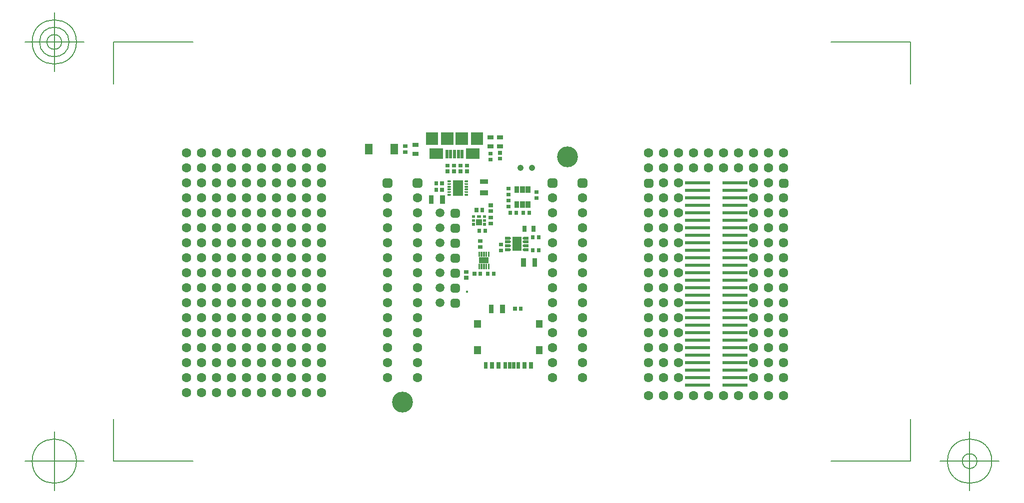
<source format=gbr>
G04 Generated by Ultiboard 11.0 *
%FSLAX25Y25*%
%MOIN*%

%ADD10C,0.00004*%
%ADD11C,0.00500*%
%ADD12C,0.00004*%
%ADD13C,0.01185*%
%ADD14C,0.01933*%
%ADD15C,0.01575*%
%ADD16R,0.02382X0.02382*%
%ADD17C,0.03917*%
%ADD18C,0.06299*%
%ADD19C,0.13920*%
%ADD20R,0.16535X0.02362*%
%ADD21R,0.02500X0.02500*%
%ADD22C,0.03500*%
%ADD23C,0.06334*%
%ADD24R,0.06496X0.09449*%
%ADD25R,0.02406X0.02406*%
%ADD26C,0.05906*%
%ADD27C,0.04156*%


G04 ColorRGB CBCBCB for the following layer *
%LNSolder Mask Top*%
%LPD*%
%FSLAX25Y25*%
%MOIN*%
G54D10*
G36*
X-3220Y18169D02*
X-3220Y20925D01*
X720Y20925D01*
X720Y18169D01*
X-3220Y18169D01*
G37*
G36*
X-3219Y18167D02*
X-3219Y20927D01*
X719Y20927D01*
X719Y18167D01*
X-3219Y18167D01*
G37*
G36*
X-3220Y24075D02*
X-3220Y26831D01*
X720Y26831D01*
X720Y24075D01*
X-3220Y24075D01*
G37*
G36*
X-3219Y24073D02*
X-3219Y26833D01*
X719Y26833D01*
X719Y24073D01*
X-3219Y24073D01*
G37*
G36*
X-35026Y18982D02*
X-35026Y26068D01*
X-30100Y26068D01*
X-30100Y18982D01*
X-35026Y18982D01*
G37*
G36*
X-35024Y18980D02*
X-35024Y26070D01*
X-30102Y26070D01*
X-30102Y18980D01*
X-35024Y18980D01*
G37*
G36*
X-17900Y18982D02*
X-17900Y26068D01*
X-12974Y26068D01*
X-12974Y18982D01*
X-17900Y18982D01*
G37*
G36*
X-17898Y18980D02*
X-17898Y26070D01*
X-12976Y26070D01*
X-12976Y18980D01*
X-17898Y18980D01*
G37*
G36*
X-9505Y19350D02*
X-9505Y21713D01*
X-6745Y21713D01*
X-6745Y19350D01*
X-9505Y19350D01*
G37*
G36*
X-9503Y19348D02*
X-9503Y21715D01*
X-6747Y21715D01*
X-6747Y19348D01*
X-9503Y19348D01*
G37*
G36*
X-9505Y23287D02*
X-9505Y25650D01*
X-6745Y25650D01*
X-6745Y23287D01*
X-9505Y23287D01*
G37*
G36*
X-9503Y23285D02*
X-9503Y25652D01*
X-6747Y25652D01*
X-6747Y23285D01*
X-9503Y23285D01*
G37*
G36*
X41617Y-585D02*
X41617Y2565D01*
X47133Y2565D01*
X47133Y-585D01*
X41617Y-585D01*
G37*
G36*
X41619Y-587D02*
X41619Y2567D01*
X47131Y2567D01*
X47131Y-587D01*
X41619Y-587D01*
G37*
G36*
X41617Y-8065D02*
X41617Y-4915D01*
X47133Y-4915D01*
X47133Y-8065D01*
X41617Y-8065D01*
G37*
G36*
X41619Y-8067D02*
X41619Y-4913D01*
X47131Y-4913D01*
X47131Y-8067D01*
X41619Y-8067D01*
G37*
G36*
X23527Y-8493D02*
X23527Y1743D01*
X30223Y1743D01*
X30223Y-8493D01*
X23527Y-8493D01*
G37*
G36*
X23529Y-8495D02*
X23529Y1745D01*
X30221Y1745D01*
X30221Y-8495D01*
X23529Y-8495D01*
G37*
G36*
X20082Y-1308D02*
X20082Y-127D01*
X22054Y-127D01*
X22054Y-1308D01*
X20082Y-1308D01*
G37*
G36*
X20084Y-1310D02*
X20084Y-125D01*
X22052Y-125D01*
X22052Y-1310D01*
X20084Y-1310D01*
G37*
G36*
X20082Y-3080D02*
X20082Y-1899D01*
X22054Y-1899D01*
X22054Y-3080D01*
X20082Y-3080D01*
G37*
G36*
X20084Y-3082D02*
X20084Y-1897D01*
X22052Y-1897D01*
X22052Y-3082D01*
X20084Y-3082D01*
G37*
G36*
X20082Y-4851D02*
X20082Y-3670D01*
X22054Y-3670D01*
X22054Y-4851D01*
X20082Y-4851D01*
G37*
G36*
X20084Y-4853D02*
X20084Y-3668D01*
X22052Y-3668D01*
X22052Y-4853D01*
X20084Y-4853D01*
G37*
G36*
X20082Y-6623D02*
X20082Y-5442D01*
X22054Y-5442D01*
X22054Y-6623D01*
X20082Y-6623D01*
G37*
G36*
X20084Y-6625D02*
X20084Y-5440D01*
X22052Y-5440D01*
X22052Y-6625D01*
X20084Y-6625D01*
G37*
G36*
X20082Y-8395D02*
X20082Y-7214D01*
X22054Y-7214D01*
X22054Y-8395D01*
X20082Y-8395D01*
G37*
G36*
X20084Y-8397D02*
X20084Y-7212D01*
X22052Y-7212D01*
X22052Y-8397D01*
X20084Y-8397D01*
G37*
G36*
X31696Y-3080D02*
X31696Y-1899D01*
X33668Y-1899D01*
X33668Y-3080D01*
X31696Y-3080D01*
G37*
G36*
X31698Y-3082D02*
X31698Y-1897D01*
X33666Y-1897D01*
X33666Y-3082D01*
X31698Y-3082D01*
G37*
G36*
X31696Y-1308D02*
X31696Y-127D01*
X33668Y-127D01*
X33668Y-1308D01*
X31696Y-1308D01*
G37*
G36*
X31698Y-1310D02*
X31698Y-125D01*
X33666Y-125D01*
X33666Y-1310D01*
X31698Y-1310D01*
G37*
G36*
X31696Y-4851D02*
X31696Y-3670D01*
X33668Y-3670D01*
X33668Y-4851D01*
X31696Y-4851D01*
G37*
G36*
X31698Y-4853D02*
X31698Y-3668D01*
X33666Y-3668D01*
X33666Y-4853D01*
X31698Y-4853D01*
G37*
G36*
X31696Y-6623D02*
X31696Y-5442D01*
X33668Y-5442D01*
X33668Y-6623D01*
X31696Y-6623D01*
G37*
G36*
X31698Y-6625D02*
X31698Y-5440D01*
X33666Y-5440D01*
X33666Y-6625D01*
X31698Y-6625D01*
G37*
G36*
X31696Y-8395D02*
X31696Y-7214D01*
X33668Y-7214D01*
X33668Y-8395D01*
X31696Y-8395D01*
G37*
G36*
X31698Y-8397D02*
X31698Y-7212D01*
X33666Y-7212D01*
X33666Y-8397D01*
X31698Y-8397D01*
G37*
G36*
X20082Y464D02*
X20082Y1645D01*
X22054Y1645D01*
X22054Y464D01*
X20082Y464D01*
G37*
G36*
X20084Y462D02*
X20084Y1647D01*
X22052Y1647D01*
X22052Y462D01*
X20084Y462D01*
G37*
G36*
X31696Y464D02*
X31696Y1645D01*
X33668Y1645D01*
X33668Y464D01*
X31696Y464D01*
G37*
G36*
X31698Y462D02*
X31698Y1647D01*
X33666Y1647D01*
X33666Y462D01*
X31698Y462D01*
G37*
G36*
X11223Y-1628D02*
X11223Y1128D01*
X13590Y1128D01*
X13590Y-1628D01*
X11223Y-1628D01*
G37*
G36*
X11225Y-1630D02*
X11225Y1130D01*
X13588Y1130D01*
X13588Y-1630D01*
X11225Y-1630D01*
G37*
G36*
X15160Y-1628D02*
X15160Y1128D01*
X17527Y1128D01*
X17527Y-1628D01*
X15160Y-1628D01*
G37*
G36*
X15162Y-1630D02*
X15162Y1130D01*
X17525Y1130D01*
X17525Y-1630D01*
X15162Y-1630D01*
G37*
G36*
X58492Y-37751D02*
X58492Y-35822D01*
X61429Y-35822D01*
X61429Y-37751D01*
X58492Y-37751D01*
G37*
G36*
X58494Y-37753D02*
X58494Y-35820D01*
X61427Y-35820D01*
X61427Y-37753D01*
X58494Y-37753D01*
G37*
G36*
X58492Y-45428D02*
X58492Y-43499D01*
X61429Y-43499D01*
X61429Y-45428D01*
X58492Y-45428D01*
G37*
G36*
X58494Y-45430D02*
X58494Y-43497D01*
X61427Y-43497D01*
X61427Y-45430D01*
X58494Y-45430D01*
G37*
G36*
X58492Y-42869D02*
X58492Y-40940D01*
X61429Y-40940D01*
X61429Y-42869D01*
X58492Y-42869D01*
G37*
G36*
X58494Y-42871D02*
X58494Y-40938D01*
X61427Y-40938D01*
X61427Y-42871D01*
X58494Y-42871D01*
G37*
G36*
X58492Y-40310D02*
X58492Y-38381D01*
X61429Y-38381D01*
X61429Y-40310D01*
X58492Y-40310D01*
G37*
G36*
X58494Y-40312D02*
X58494Y-38379D01*
X61427Y-38379D01*
X61427Y-40312D01*
X58494Y-40312D01*
G37*
G36*
X71071Y-37751D02*
X71071Y-35822D01*
X74008Y-35822D01*
X74008Y-37751D01*
X71071Y-37751D01*
G37*
G36*
X71073Y-37753D02*
X71073Y-35820D01*
X74006Y-35820D01*
X74006Y-37753D01*
X71073Y-37753D01*
G37*
G36*
X71071Y-45428D02*
X71071Y-43499D01*
X74008Y-43499D01*
X74008Y-45428D01*
X71071Y-45428D01*
G37*
G36*
X71073Y-45430D02*
X71073Y-43497D01*
X74006Y-43497D01*
X74006Y-45430D01*
X71073Y-45430D01*
G37*
G36*
X71071Y-42869D02*
X71071Y-40940D01*
X74008Y-40940D01*
X74008Y-42869D01*
X71071Y-42869D01*
G37*
G36*
X71073Y-42871D02*
X71073Y-40938D01*
X74006Y-40938D01*
X74006Y-42871D01*
X71073Y-42871D01*
G37*
G36*
X71071Y-40310D02*
X71071Y-38381D01*
X74008Y-38381D01*
X74008Y-40310D01*
X71071Y-40310D01*
G37*
G36*
X71073Y-40312D02*
X71073Y-38379D01*
X74006Y-38379D01*
X74006Y-40312D01*
X71073Y-40312D01*
G37*
G36*
X62985Y-123915D02*
X62985Y-119584D01*
X65351Y-119584D01*
X65351Y-123915D01*
X62985Y-123915D01*
G37*
G36*
X62987Y-123917D02*
X62987Y-119582D01*
X65349Y-119582D01*
X65349Y-123917D01*
X62987Y-123917D01*
G37*
G36*
X37788Y-96553D02*
X37788Y-91435D01*
X42320Y-91435D01*
X42320Y-96553D01*
X37788Y-96553D01*
G37*
G36*
X37790Y-96555D02*
X37790Y-91433D01*
X42318Y-91433D01*
X42318Y-96555D01*
X37790Y-96555D01*
G37*
G36*
X37788Y-114072D02*
X37788Y-108954D01*
X42320Y-108954D01*
X42320Y-114072D01*
X37788Y-114072D01*
G37*
G36*
X37790Y-114074D02*
X37790Y-108952D01*
X42318Y-108952D01*
X42318Y-114074D01*
X37790Y-114074D01*
G37*
G36*
X44186Y-123915D02*
X44186Y-119584D01*
X46749Y-119584D01*
X46749Y-123915D01*
X44186Y-123915D01*
G37*
G36*
X44188Y-123917D02*
X44188Y-119582D01*
X46747Y-119582D01*
X46747Y-123917D01*
X44188Y-123917D01*
G37*
G36*
X57277Y-123915D02*
X57277Y-119584D01*
X59643Y-119584D01*
X59643Y-123915D01*
X57277Y-123915D01*
G37*
G36*
X57279Y-123917D02*
X57279Y-119582D01*
X59641Y-119582D01*
X59641Y-123917D01*
X57279Y-123917D01*
G37*
G36*
X52847Y-123915D02*
X52847Y-119584D01*
X55410Y-119584D01*
X55410Y-123915D01*
X52847Y-123915D01*
G37*
G36*
X52849Y-123917D02*
X52849Y-119582D01*
X55408Y-119582D01*
X55408Y-123917D01*
X52849Y-123917D01*
G37*
G36*
X48517Y-123915D02*
X48517Y-119584D01*
X51080Y-119584D01*
X51080Y-123915D01*
X48517Y-123915D01*
G37*
G36*
X48519Y-123917D02*
X48519Y-119582D01*
X51078Y-119582D01*
X51078Y-123917D01*
X48519Y-123917D01*
G37*
G36*
X60229Y-123915D02*
X60229Y-119584D01*
X62595Y-119584D01*
X62595Y-123915D01*
X60229Y-123915D01*
G37*
G36*
X60231Y-123917D02*
X60231Y-119582D01*
X62594Y-119582D01*
X62594Y-123917D01*
X60231Y-123917D01*
G37*
G36*
X78930Y-96553D02*
X78930Y-91435D01*
X83462Y-91435D01*
X83462Y-96553D01*
X78930Y-96553D01*
G37*
G36*
X78932Y-96555D02*
X78932Y-91433D01*
X83460Y-91433D01*
X83460Y-96555D01*
X78932Y-96555D01*
G37*
G36*
X65938Y-123915D02*
X65938Y-119584D01*
X68304Y-119584D01*
X68304Y-123915D01*
X65938Y-123915D01*
G37*
G36*
X65940Y-123917D02*
X65940Y-119582D01*
X68302Y-119582D01*
X68302Y-123917D01*
X65940Y-123917D01*
G37*
G36*
X70170Y-123915D02*
X70170Y-119584D01*
X72733Y-119584D01*
X72733Y-123915D01*
X70170Y-123915D01*
G37*
G36*
X70172Y-123917D02*
X70172Y-119582D01*
X72731Y-119582D01*
X72731Y-123917D01*
X70172Y-123917D01*
G37*
G36*
X74501Y-123915D02*
X74501Y-119584D01*
X77064Y-119584D01*
X77064Y-123915D01*
X74501Y-123915D01*
G37*
G36*
X74503Y-123917D02*
X74503Y-119582D01*
X77062Y-119582D01*
X77062Y-123917D01*
X74503Y-123917D01*
G37*
G36*
X78930Y-114072D02*
X78930Y-108954D01*
X83462Y-108954D01*
X83462Y-114072D01*
X78930Y-114072D01*
G37*
G36*
X78932Y-114074D02*
X78932Y-108952D01*
X83460Y-108952D01*
X83460Y-114074D01*
X78932Y-114074D01*
G37*
G36*
X60598Y-21378D02*
X60598Y-18622D01*
X62965Y-18622D01*
X62965Y-21378D01*
X60598Y-21378D01*
G37*
G36*
X60600Y-21380D02*
X60600Y-18620D01*
X62963Y-18620D01*
X62963Y-21380D01*
X60600Y-21380D01*
G37*
G36*
X64535Y-21378D02*
X64535Y-18622D01*
X66902Y-18622D01*
X66902Y-21378D01*
X64535Y-21378D01*
G37*
G36*
X64537Y-21380D02*
X64537Y-18620D01*
X66900Y-18620D01*
X66900Y-21380D01*
X64537Y-21380D01*
G37*
G36*
X31120Y-64400D02*
X31120Y-62037D01*
X33880Y-62037D01*
X33880Y-64400D01*
X31120Y-64400D01*
G37*
G36*
X31122Y-64402D02*
X31122Y-62035D01*
X33878Y-62035D01*
X33878Y-64402D01*
X31122Y-64402D01*
G37*
G36*
X31120Y-60463D02*
X31120Y-58100D01*
X33880Y-58100D01*
X33880Y-60463D01*
X31120Y-60463D01*
G37*
G36*
X31122Y-60465D02*
X31122Y-58098D01*
X33878Y-58098D01*
X33878Y-60465D01*
X31122Y-60465D01*
G37*
G36*
X55163Y-86756D02*
X55163Y-81244D01*
X58317Y-81244D01*
X58317Y-86756D01*
X55163Y-86756D01*
G37*
G36*
X55165Y-86758D02*
X55165Y-81242D01*
X58315Y-81242D01*
X58315Y-86758D01*
X55165Y-86758D01*
G37*
G36*
X47683Y-86756D02*
X47683Y-81244D01*
X50837Y-81244D01*
X50837Y-86756D01*
X47683Y-86756D01*
G37*
G36*
X47685Y-86758D02*
X47685Y-81242D01*
X50835Y-81242D01*
X50835Y-86758D01*
X47685Y-86758D01*
G37*
G36*
X15160Y-6003D02*
X15160Y-3247D01*
X17527Y-3247D01*
X17527Y-6003D01*
X15160Y-6003D01*
G37*
G36*
X15162Y-6005D02*
X15162Y-3245D01*
X17525Y-3245D01*
X17525Y-6005D01*
X15162Y-6005D01*
G37*
G36*
X11223Y-6003D02*
X11223Y-3247D01*
X13590Y-3247D01*
X13590Y-6003D01*
X11223Y-6003D01*
G37*
G36*
X11225Y-6005D02*
X11225Y-3245D01*
X13588Y-3245D01*
X13588Y-6005D01*
X11225Y-6005D01*
G37*
G36*
X15163Y-13756D02*
X15163Y-8244D01*
X18317Y-8244D01*
X18317Y-13756D01*
X15163Y-13756D01*
G37*
G36*
X15165Y-13758D02*
X15165Y-8242D01*
X18315Y-8242D01*
X18315Y-13758D01*
X15165Y-13758D01*
G37*
G36*
X7683Y-13756D02*
X7683Y-8244D01*
X10837Y-8244D01*
X10837Y-13756D01*
X7683Y-13756D01*
G37*
G36*
X7685Y-13758D02*
X7685Y-8242D01*
X10835Y-8242D01*
X10835Y-13758D01*
X7685Y-13758D01*
G37*
G36*
X43910Y-33253D02*
X43910Y-30497D01*
X46277Y-30497D01*
X46277Y-33253D01*
X43910Y-33253D01*
G37*
G36*
X43912Y-33255D02*
X43912Y-30495D01*
X46275Y-30495D01*
X46275Y-33255D01*
X43912Y-33255D01*
G37*
G36*
X39973Y-33253D02*
X39973Y-30497D01*
X42340Y-30497D01*
X42340Y-33253D01*
X39973Y-33253D01*
G37*
G36*
X39975Y-33255D02*
X39975Y-30495D01*
X42338Y-30495D01*
X42338Y-33255D01*
X39975Y-33255D01*
G37*
G36*
X41173Y-53644D02*
X41173Y-49706D01*
X47477Y-49706D01*
X47477Y-53644D01*
X41173Y-53644D01*
G37*
G36*
X41175Y-53645D02*
X41175Y-49705D01*
X47475Y-49705D01*
X47475Y-53645D01*
X41175Y-53645D01*
G37*
G36*
X46884Y-49313D02*
X46884Y-45769D01*
X48065Y-45769D01*
X48065Y-49313D01*
X46884Y-49313D01*
G37*
G36*
X46886Y-49315D02*
X46886Y-45768D01*
X48063Y-45768D01*
X48063Y-49315D01*
X46886Y-49315D01*
G37*
G36*
X46884Y-57581D02*
X46884Y-54037D01*
X48065Y-54037D01*
X48065Y-57581D01*
X46884Y-57581D01*
G37*
G36*
X46886Y-57582D02*
X46886Y-54035D01*
X48063Y-54035D01*
X48063Y-57582D01*
X46886Y-57582D01*
G37*
G36*
X42160Y-49313D02*
X42160Y-45769D01*
X43341Y-45769D01*
X43341Y-49313D01*
X42160Y-49313D01*
G37*
G36*
X42162Y-49315D02*
X42162Y-45768D01*
X43339Y-45768D01*
X43339Y-49315D01*
X42162Y-49315D01*
G37*
G36*
X40587Y-49313D02*
X40587Y-45769D01*
X41768Y-45769D01*
X41768Y-49313D01*
X40587Y-49313D01*
G37*
G36*
X40589Y-49315D02*
X40589Y-45768D01*
X41766Y-45768D01*
X41766Y-49315D01*
X40589Y-49315D01*
G37*
G36*
X43734Y-49313D02*
X43734Y-45769D01*
X44916Y-45769D01*
X44916Y-49313D01*
X43734Y-49313D01*
G37*
G36*
X43736Y-49315D02*
X43736Y-45768D01*
X44914Y-45768D01*
X44914Y-49315D01*
X43736Y-49315D01*
G37*
G36*
X45309Y-49313D02*
X45309Y-45769D01*
X46490Y-45769D01*
X46490Y-49313D01*
X45309Y-49313D01*
G37*
G36*
X45311Y-49315D02*
X45311Y-45768D01*
X46488Y-45768D01*
X46488Y-49315D01*
X45311Y-49315D01*
G37*
G36*
X42160Y-57581D02*
X42160Y-54037D01*
X43341Y-54037D01*
X43341Y-57581D01*
X42160Y-57581D01*
G37*
G36*
X42162Y-57582D02*
X42162Y-54035D01*
X43339Y-54035D01*
X43339Y-57582D01*
X42162Y-57582D01*
G37*
G36*
X40587Y-57581D02*
X40587Y-54037D01*
X41768Y-54037D01*
X41768Y-57581D01*
X40587Y-57581D01*
G37*
G36*
X40589Y-57582D02*
X40589Y-54035D01*
X41766Y-54035D01*
X41766Y-57582D01*
X40589Y-57582D01*
G37*
G36*
X43734Y-57581D02*
X43734Y-54037D01*
X44916Y-54037D01*
X44916Y-57581D01*
X43734Y-57581D01*
G37*
G36*
X43736Y-57582D02*
X43736Y-54035D01*
X44914Y-54035D01*
X44914Y-57582D01*
X43736Y-57582D01*
G37*
G36*
X45309Y-57581D02*
X45309Y-54037D01*
X46490Y-54037D01*
X46490Y-57581D01*
X45309Y-57581D01*
G37*
G36*
X45311Y-57582D02*
X45311Y-54035D01*
X46488Y-54035D01*
X46488Y-57582D01*
X45311Y-57582D01*
G37*
G36*
X45598Y-62003D02*
X45598Y-59247D01*
X47965Y-59247D01*
X47965Y-62003D01*
X45598Y-62003D01*
G37*
G36*
X45600Y-62005D02*
X45600Y-59245D01*
X47963Y-59245D01*
X47963Y-62005D01*
X45600Y-62005D01*
G37*
G36*
X49535Y-62003D02*
X49535Y-59247D01*
X51902Y-59247D01*
X51902Y-62003D01*
X49535Y-62003D01*
G37*
G36*
X49537Y-62005D02*
X49537Y-59245D01*
X51900Y-59245D01*
X51900Y-62005D01*
X49537Y-62005D01*
G37*
G36*
X40785Y-62003D02*
X40785Y-59247D01*
X43152Y-59247D01*
X43152Y-62003D01*
X40785Y-62003D01*
G37*
G36*
X40787Y-62005D02*
X40787Y-59245D01*
X43150Y-59245D01*
X43150Y-62005D01*
X40787Y-62005D01*
G37*
G36*
X36848Y-62003D02*
X36848Y-59247D01*
X39215Y-59247D01*
X39215Y-62003D01*
X36848Y-62003D01*
G37*
G36*
X36850Y-62005D02*
X36850Y-59245D01*
X39213Y-59245D01*
X39213Y-62005D01*
X36850Y-62005D01*
G37*
G36*
X40495Y-39838D02*
X40495Y-37475D01*
X43255Y-37475D01*
X43255Y-39838D01*
X40495Y-39838D01*
G37*
G36*
X40497Y-39840D02*
X40497Y-37473D01*
X43253Y-37473D01*
X43253Y-39840D01*
X40497Y-39840D01*
G37*
G36*
X40495Y-43775D02*
X40495Y-41412D01*
X43255Y-41412D01*
X43255Y-43775D01*
X40495Y-43775D01*
G37*
G36*
X40497Y-43777D02*
X40497Y-41410D01*
X43253Y-41410D01*
X43253Y-43777D01*
X40497Y-43777D01*
G37*
G36*
X54245Y-46275D02*
X54245Y-43912D01*
X57005Y-43912D01*
X57005Y-46275D01*
X54245Y-46275D01*
G37*
G36*
X54247Y-46277D02*
X54247Y-43910D01*
X57003Y-43910D01*
X57003Y-46277D01*
X54247Y-46277D01*
G37*
G36*
X54245Y-42338D02*
X54245Y-39975D01*
X57005Y-39975D01*
X57005Y-42338D01*
X54245Y-42338D01*
G37*
G36*
X54247Y-42340D02*
X54247Y-39973D01*
X57003Y-39973D01*
X57003Y-42340D01*
X54247Y-42340D01*
G37*
G36*
X47448Y-16062D02*
X47448Y-13700D01*
X50208Y-13700D01*
X50208Y-16062D01*
X47448Y-16062D01*
G37*
G36*
X47450Y-16064D02*
X47450Y-13698D01*
X50206Y-13698D01*
X50206Y-16064D01*
X47450Y-16064D01*
G37*
G36*
X47448Y-19999D02*
X47448Y-17637D01*
X50208Y-17637D01*
X50208Y-19999D01*
X47448Y-19999D01*
G37*
G36*
X47450Y-20001D02*
X47450Y-17635D01*
X50206Y-17635D01*
X50206Y-20001D01*
X47450Y-20001D01*
G37*
G36*
X47448Y-24187D02*
X47448Y-21825D01*
X50208Y-21825D01*
X50208Y-24187D01*
X47448Y-24187D01*
G37*
G36*
X47450Y-24189D02*
X47450Y-21823D01*
X50206Y-21823D01*
X50206Y-24189D01*
X47450Y-24189D01*
G37*
G36*
X47448Y-28124D02*
X47448Y-25762D01*
X50208Y-25762D01*
X50208Y-28124D01*
X47448Y-28124D01*
G37*
G36*
X47450Y-28126D02*
X47450Y-25760D01*
X50206Y-25760D01*
X50206Y-28126D01*
X47450Y-28126D01*
G37*
G36*
X42113Y-19477D02*
X42113Y-16722D01*
X44479Y-16722D01*
X44479Y-19477D01*
X42113Y-19477D01*
G37*
G36*
X42115Y-19479D02*
X42115Y-16720D01*
X44477Y-16720D01*
X44477Y-19479D01*
X42115Y-19479D01*
G37*
G36*
X38176Y-19477D02*
X38176Y-16722D01*
X40542Y-16722D01*
X40542Y-19477D01*
X38176Y-19477D01*
G37*
G36*
X38178Y-19479D02*
X38178Y-16720D01*
X40540Y-16720D01*
X40540Y-19479D01*
X38178Y-19479D01*
G37*
G36*
X36333Y-25925D02*
X36333Y-24075D01*
X38463Y-24075D01*
X38463Y-25925D01*
X36333Y-25925D01*
G37*
G36*
X36335Y-25927D02*
X36335Y-24073D01*
X38461Y-24073D01*
X38461Y-25927D01*
X36335Y-25927D01*
G37*
G36*
X43537Y-25925D02*
X43537Y-24075D01*
X45667Y-24075D01*
X45667Y-25925D01*
X43537Y-25925D01*
G37*
G36*
X43539Y-25927D02*
X43539Y-24073D01*
X45665Y-24073D01*
X45665Y-25927D01*
X43539Y-25927D01*
G37*
G36*
X39128Y-28287D02*
X39128Y-24075D01*
X42872Y-24075D01*
X42872Y-28287D01*
X39128Y-28287D01*
G37*
G36*
X39130Y-28289D02*
X39130Y-24073D01*
X42870Y-24073D01*
X42870Y-28289D01*
X39130Y-28289D01*
G37*
G36*
X43537Y-28484D02*
X43537Y-26634D01*
X45667Y-26634D01*
X45667Y-28484D01*
X43537Y-28484D01*
G37*
G36*
X43539Y-28486D02*
X43539Y-26632D01*
X45665Y-26632D01*
X45665Y-28486D01*
X43539Y-28486D01*
G37*
G36*
X36333Y-28484D02*
X36333Y-26634D01*
X38463Y-26634D01*
X38463Y-28484D01*
X36333Y-28484D01*
G37*
G36*
X36335Y-28486D02*
X36335Y-26632D01*
X38461Y-26632D01*
X38461Y-28486D01*
X36335Y-28486D01*
G37*
G36*
X39561Y-23366D02*
X39561Y-21516D01*
X42439Y-21516D01*
X42439Y-23366D01*
X39561Y-23366D01*
G37*
G36*
X39563Y-23368D02*
X39563Y-21514D01*
X42437Y-21514D01*
X42437Y-23368D01*
X39563Y-23368D01*
G37*
G36*
X43537Y-23366D02*
X43537Y-21516D01*
X45667Y-21516D01*
X45667Y-23366D01*
X43537Y-23366D01*
G37*
G36*
X43539Y-23368D02*
X43539Y-21514D01*
X45665Y-21514D01*
X45665Y-23368D01*
X43539Y-23368D01*
G37*
G36*
X36333Y-23366D02*
X36333Y-21516D01*
X38463Y-21516D01*
X38463Y-23366D01*
X36333Y-23366D01*
G37*
G36*
X36335Y-23368D02*
X36335Y-21514D01*
X38461Y-21514D01*
X38461Y-23368D01*
X36335Y-23368D01*
G37*
G36*
X59245Y-16900D02*
X59245Y-14537D01*
X62005Y-14537D01*
X62005Y-16900D01*
X59245Y-16900D01*
G37*
G36*
X59247Y-16902D02*
X59247Y-14535D01*
X62003Y-14535D01*
X62003Y-16902D01*
X59247Y-16902D01*
G37*
G36*
X59245Y-12963D02*
X59245Y-10600D01*
X62005Y-10600D01*
X62005Y-12963D01*
X59245Y-12963D01*
G37*
G36*
X59247Y-12965D02*
X59247Y-10598D01*
X62003Y-10598D01*
X62003Y-12965D01*
X59247Y-12965D01*
G37*
G36*
X59245Y-8775D02*
X59245Y-6412D01*
X62005Y-6412D01*
X62005Y-8775D01*
X59245Y-8775D01*
G37*
G36*
X59247Y-8777D02*
X59247Y-6410D01*
X62003Y-6410D01*
X62003Y-8777D01*
X59247Y-8777D01*
G37*
G36*
X59245Y-4838D02*
X59245Y-2475D01*
X62005Y-2475D01*
X62005Y-4838D01*
X59245Y-4838D01*
G37*
G36*
X59247Y-4840D02*
X59247Y-2473D01*
X62003Y-2473D01*
X62003Y-4840D01*
X59247Y-4840D01*
G37*
G36*
X63848Y-85378D02*
X63848Y-82622D01*
X66215Y-82622D01*
X66215Y-85378D01*
X63848Y-85378D01*
G37*
G36*
X63850Y-85380D02*
X63850Y-82620D01*
X66213Y-82620D01*
X66213Y-85380D01*
X63850Y-85380D01*
G37*
G36*
X67785Y-85378D02*
X67785Y-82622D01*
X70152Y-82622D01*
X70152Y-85378D01*
X67785Y-85378D01*
G37*
G36*
X67787Y-85380D02*
X67787Y-82620D01*
X70150Y-82620D01*
X70150Y-85380D01*
X67787Y-85380D01*
G37*
G36*
X75948Y-32594D02*
X75948Y-28656D01*
X78708Y-28656D01*
X78708Y-32594D01*
X75948Y-32594D01*
G37*
G36*
X75950Y-32595D02*
X75950Y-28655D01*
X78706Y-28655D01*
X78706Y-32595D01*
X75950Y-32595D01*
G37*
G36*
X70042Y-32594D02*
X70042Y-28656D01*
X72802Y-28656D01*
X72802Y-32594D01*
X70042Y-32594D01*
G37*
G36*
X70044Y-32595D02*
X70044Y-28655D01*
X72800Y-28655D01*
X72800Y-32595D01*
X70044Y-32595D01*
G37*
G36*
X76538Y-55881D02*
X76538Y-50369D01*
X79692Y-50369D01*
X79692Y-55881D01*
X76538Y-55881D01*
G37*
G36*
X76540Y-55883D02*
X76540Y-50367D01*
X79690Y-50367D01*
X79690Y-55883D01*
X76540Y-55883D01*
G37*
G36*
X69058Y-55881D02*
X69058Y-50369D01*
X72212Y-50369D01*
X72212Y-55881D01*
X69058Y-55881D01*
G37*
G36*
X69060Y-55883D02*
X69060Y-50367D01*
X72210Y-50367D01*
X72210Y-55883D01*
X69060Y-55883D01*
G37*
G36*
X75598Y-37628D02*
X75598Y-34872D01*
X77965Y-34872D01*
X77965Y-37628D01*
X75598Y-37628D01*
G37*
G36*
X75600Y-37630D02*
X75600Y-34870D01*
X77963Y-34870D01*
X77963Y-37630D01*
X75600Y-37630D01*
G37*
G36*
X79535Y-37628D02*
X79535Y-34872D01*
X81902Y-34872D01*
X81902Y-37628D01*
X79535Y-37628D01*
G37*
G36*
X79537Y-37630D02*
X79537Y-34870D01*
X81900Y-34870D01*
X81900Y-37630D01*
X79537Y-37630D01*
G37*
G36*
X75598Y-46378D02*
X75598Y-43622D01*
X77965Y-43622D01*
X77965Y-46378D01*
X75598Y-46378D01*
G37*
G36*
X75600Y-46380D02*
X75600Y-43620D01*
X77963Y-43620D01*
X77963Y-46380D01*
X75600Y-46380D01*
G37*
G36*
X79535Y-46378D02*
X79535Y-43622D01*
X81902Y-43622D01*
X81902Y-46378D01*
X79535Y-46378D01*
G37*
G36*
X79537Y-46380D02*
X79537Y-43620D01*
X81900Y-43620D01*
X81900Y-46380D01*
X79537Y-46380D01*
G37*
G36*
X77995Y-7338D02*
X77995Y-4975D01*
X80755Y-4975D01*
X80755Y-7338D01*
X77995Y-7338D01*
G37*
G36*
X77997Y-7340D02*
X77997Y-4973D01*
X80753Y-4973D01*
X80753Y-7340D01*
X77997Y-7340D01*
G37*
G36*
X77995Y-11275D02*
X77995Y-8912D01*
X80755Y-8912D01*
X80755Y-11275D01*
X77995Y-11275D01*
G37*
G36*
X77997Y-11277D02*
X77997Y-8910D01*
X80753Y-8910D01*
X80753Y-11277D01*
X77997Y-11277D01*
G37*
G36*
X72163Y-16658D02*
X72163Y-12328D01*
X75317Y-12328D01*
X75317Y-16658D01*
X72163Y-16658D01*
G37*
G36*
X72165Y-16660D02*
X72165Y-12326D01*
X75315Y-12326D01*
X75315Y-16660D01*
X72165Y-16660D01*
G37*
G36*
X68423Y-16658D02*
X68423Y-12328D01*
X71577Y-12328D01*
X71577Y-16658D01*
X68423Y-16658D01*
G37*
G36*
X68425Y-16660D02*
X68425Y-12326D01*
X71575Y-12326D01*
X71575Y-16660D01*
X68425Y-16660D01*
G37*
G36*
X64683Y-16658D02*
X64683Y-12328D01*
X67837Y-12328D01*
X67837Y-16658D01*
X64683Y-16658D01*
G37*
G36*
X64685Y-16660D02*
X64685Y-12326D01*
X67835Y-12326D01*
X67835Y-16660D01*
X64685Y-16660D01*
G37*
G36*
X72163Y-6422D02*
X72163Y-2092D01*
X75317Y-2092D01*
X75317Y-6422D01*
X72163Y-6422D01*
G37*
G36*
X72165Y-6424D02*
X72165Y-2090D01*
X75315Y-2090D01*
X75315Y-6424D01*
X72165Y-6424D01*
G37*
G36*
X68423Y-6422D02*
X68423Y-2092D01*
X71577Y-2092D01*
X71577Y-6422D01*
X68423Y-6422D01*
G37*
G36*
X68425Y-6424D02*
X68425Y-2090D01*
X71575Y-2090D01*
X71575Y-6424D01*
X68425Y-6424D01*
G37*
G36*
X64683Y-6422D02*
X64683Y-2092D01*
X67837Y-2092D01*
X67837Y-6422D01*
X64683Y-6422D01*
G37*
G36*
X64685Y-6424D02*
X64685Y-2090D01*
X67835Y-2090D01*
X67835Y-6424D01*
X64685Y-6424D01*
G37*
G36*
X73285Y-21378D02*
X73285Y-18622D01*
X75652Y-18622D01*
X75652Y-21378D01*
X73285Y-21378D01*
G37*
G36*
X73287Y-21380D02*
X73287Y-18620D01*
X75650Y-18620D01*
X75650Y-21380D01*
X73287Y-21380D01*
G37*
G36*
X69348Y-21378D02*
X69348Y-18622D01*
X71715Y-18622D01*
X71715Y-21378D01*
X69348Y-21378D01*
G37*
G36*
X69350Y-21380D02*
X69350Y-18620D01*
X71713Y-18620D01*
X71713Y-21380D01*
X69350Y-21380D01*
G37*
G36*
X25289Y25605D02*
X25289Y33873D01*
X33560Y33873D01*
X33560Y25605D01*
X25289Y25605D01*
G37*
G36*
X25291Y25603D02*
X25291Y33875D01*
X33558Y33875D01*
X33558Y25603D01*
X25291Y25603D01*
G37*
G36*
X5800Y25605D02*
X5800Y33873D01*
X13678Y33873D01*
X13678Y25605D01*
X5800Y25605D01*
G37*
G36*
X5802Y25603D02*
X5802Y33875D01*
X13676Y33875D01*
X13676Y25603D01*
X5802Y25603D01*
G37*
G36*
X15840Y25605D02*
X15840Y33873D01*
X24111Y33873D01*
X24111Y25605D01*
X15840Y25605D01*
G37*
G36*
X15842Y25603D02*
X15842Y33875D01*
X24109Y33875D01*
X24109Y25603D01*
X15842Y25603D01*
G37*
G36*
X7966Y16156D02*
X7966Y23243D01*
X17025Y23243D01*
X17025Y16156D01*
X7966Y16156D01*
G37*
G36*
X7968Y16154D02*
X7968Y23245D01*
X17023Y23245D01*
X17023Y16154D01*
X7968Y16154D01*
G37*
G36*
X26273Y16452D02*
X26273Y22160D01*
X28245Y22160D01*
X28245Y16452D01*
X26273Y16452D01*
G37*
G36*
X26275Y16450D02*
X26275Y22162D01*
X28243Y22162D01*
X28243Y16450D01*
X26275Y16450D01*
G37*
G36*
X23714Y16452D02*
X23714Y22160D01*
X25686Y22160D01*
X25686Y16452D01*
X23714Y16452D01*
G37*
G36*
X23716Y16450D02*
X23716Y22162D01*
X25684Y22162D01*
X25684Y16450D01*
X23716Y16450D01*
G37*
G36*
X21155Y16452D02*
X21155Y22160D01*
X23127Y22160D01*
X23127Y16452D01*
X21155Y16452D01*
G37*
G36*
X21157Y16450D02*
X21157Y22162D01*
X23125Y22162D01*
X23125Y16450D01*
X21157Y16450D01*
G37*
G36*
X18596Y16452D02*
X18596Y22160D01*
X20568Y22160D01*
X20568Y16452D01*
X18596Y16452D01*
G37*
G36*
X18598Y16450D02*
X18598Y22162D01*
X20566Y22162D01*
X20566Y16450D01*
X18598Y16450D01*
G37*
G36*
X28832Y16452D02*
X28832Y22160D01*
X30804Y22160D01*
X30804Y16452D01*
X28832Y16452D01*
G37*
G36*
X28834Y16450D02*
X28834Y22162D01*
X30802Y22162D01*
X30802Y16450D01*
X28834Y16450D01*
G37*
G36*
X35722Y25605D02*
X35722Y33873D01*
X43600Y33873D01*
X43600Y25605D01*
X35722Y25605D01*
G37*
G36*
X35724Y25603D02*
X35724Y33875D01*
X43598Y33875D01*
X43598Y25603D01*
X35724Y25603D01*
G37*
G36*
X32375Y16156D02*
X32375Y23243D01*
X41434Y23243D01*
X41434Y16156D01*
X32375Y16156D01*
G37*
G36*
X32377Y16154D02*
X32377Y23245D01*
X41432Y23245D01*
X41432Y16154D01*
X32377Y16154D01*
G37*
G36*
X31745Y6600D02*
X31745Y8963D01*
X34505Y8963D01*
X34505Y6600D01*
X31745Y6600D01*
G37*
G36*
X31747Y6598D02*
X31747Y8965D01*
X34503Y8965D01*
X34503Y6598D01*
X31747Y6598D01*
G37*
G36*
X31745Y10537D02*
X31745Y12900D01*
X34505Y12900D01*
X34505Y10537D01*
X31745Y10537D01*
G37*
G36*
X31747Y10535D02*
X31747Y12902D01*
X34503Y12902D01*
X34503Y10535D01*
X31747Y10535D01*
G37*
G36*
X27370Y6600D02*
X27370Y8963D01*
X30130Y8963D01*
X30130Y6600D01*
X27370Y6600D01*
G37*
G36*
X27372Y6598D02*
X27372Y8965D01*
X30128Y8965D01*
X30128Y6598D01*
X27372Y6598D01*
G37*
G36*
X27370Y10537D02*
X27370Y12900D01*
X30130Y12900D01*
X30130Y10537D01*
X27370Y10537D01*
G37*
G36*
X27372Y10535D02*
X27372Y12902D01*
X30128Y12902D01*
X30128Y10535D01*
X27372Y10535D01*
G37*
G36*
X22995Y6600D02*
X22995Y8963D01*
X25755Y8963D01*
X25755Y6600D01*
X22995Y6600D01*
G37*
G36*
X22997Y6598D02*
X22997Y8965D01*
X25753Y8965D01*
X25753Y6598D01*
X22997Y6598D01*
G37*
G36*
X22995Y10537D02*
X22995Y12900D01*
X25755Y12900D01*
X25755Y10537D01*
X22995Y10537D01*
G37*
G36*
X22997Y10535D02*
X22997Y12902D01*
X25753Y12902D01*
X25753Y10535D01*
X22997Y10535D01*
G37*
G36*
X18620Y6600D02*
X18620Y8963D01*
X21380Y8963D01*
X21380Y6600D01*
X18620Y6600D01*
G37*
G36*
X18622Y6598D02*
X18622Y8965D01*
X21378Y8965D01*
X21378Y6598D01*
X18622Y6598D01*
G37*
G36*
X18620Y10537D02*
X18620Y12900D01*
X21380Y12900D01*
X21380Y10537D01*
X18620Y10537D01*
G37*
G36*
X18622Y10535D02*
X18622Y12902D01*
X21378Y12902D01*
X21378Y10535D01*
X18622Y10535D01*
G37*
G36*
X46780Y29075D02*
X46780Y31831D01*
X50720Y31831D01*
X50720Y29075D01*
X46780Y29075D01*
G37*
G36*
X46781Y29073D02*
X46781Y31833D01*
X50719Y31833D01*
X50719Y29073D01*
X46781Y29073D01*
G37*
G36*
X46780Y23169D02*
X46780Y25925D01*
X50720Y25925D01*
X50720Y23169D01*
X46780Y23169D01*
G37*
G36*
X46781Y23167D02*
X46781Y25927D01*
X50719Y25927D01*
X50719Y23167D01*
X46781Y23167D01*
G37*
G36*
X53030Y29075D02*
X53030Y31831D01*
X56970Y31831D01*
X56970Y29075D01*
X53030Y29075D01*
G37*
G36*
X53031Y29073D02*
X53031Y31833D01*
X56969Y31833D01*
X56969Y29073D01*
X53031Y29073D01*
G37*
G36*
X53030Y23169D02*
X53030Y25925D01*
X56970Y25925D01*
X56970Y23169D01*
X53030Y23169D01*
G37*
G36*
X53031Y23167D02*
X53031Y25927D01*
X56969Y25927D01*
X56969Y23167D01*
X53031Y23167D01*
G37*
G36*
X47270Y14550D02*
X47270Y16913D01*
X50030Y16913D01*
X50030Y14550D01*
X47270Y14550D01*
G37*
G36*
X47272Y14548D02*
X47272Y16915D01*
X50028Y16915D01*
X50028Y14548D01*
X47272Y14548D01*
G37*
G36*
X47270Y18487D02*
X47270Y20850D01*
X50030Y20850D01*
X50030Y18487D01*
X47270Y18487D01*
G37*
G36*
X47272Y18485D02*
X47272Y20852D01*
X50028Y20852D01*
X50028Y18485D01*
X47272Y18485D01*
G37*
G36*
X53620Y14975D02*
X53620Y17338D01*
X56380Y17338D01*
X56380Y14975D01*
X53620Y14975D01*
G37*
G36*
X53622Y14973D02*
X53622Y17340D01*
X56378Y17340D01*
X56378Y14973D01*
X53622Y14973D01*
G37*
G36*
X53620Y18912D02*
X53620Y21275D01*
X56380Y21275D01*
X56380Y18912D01*
X53620Y18912D01*
G37*
G36*
X53622Y18910D02*
X53622Y21277D01*
X56378Y21277D01*
X56378Y18910D01*
X53622Y18910D01*
G37*
G54D11*
X-202756Y-185630D02*
X-202756Y-157657D01*
X-202756Y-185630D02*
X-149606Y-185630D01*
X328740Y-185630D02*
X275591Y-185630D01*
X328740Y-185630D02*
X328740Y-157657D01*
X328740Y94094D02*
X328740Y66122D01*
X328740Y94094D02*
X275591Y94094D01*
X-202756Y94094D02*
X-149606Y94094D01*
X-202756Y94094D02*
X-202756Y66122D01*
X-222441Y-185630D02*
X-261811Y-185630D01*
X-242126Y-205315D02*
X-242126Y-165945D01*
X-256890Y-185630D02*
G75*
D01*
G02X-256890Y-185630I14764J0*
G01*
X348425Y-185630D02*
X387795Y-185630D01*
X368110Y-205315D02*
X368110Y-165945D01*
X353346Y-185630D02*
G75*
D01*
G02X353346Y-185630I14764J0*
G01*
X363189Y-185630D02*
G75*
D01*
G02X363189Y-185630I4921J0*
G01*
X-222441Y94094D02*
X-261811Y94094D01*
X-242126Y74409D02*
X-242126Y113780D01*
X-256890Y94094D02*
G75*
D01*
G02X-256890Y94094I14764J0*
G01*
X-251969Y94094D02*
G75*
D01*
G02X-251969Y94094I9843J0*
G01*
X-247047Y94094D02*
G75*
D01*
G02X-247047Y94094I4921J0*
G01*
G54D12*
X-3219Y20925D03*
X719Y20925D03*
X-3219Y18169D03*
X719Y18169D03*
X-3219Y26831D03*
X719Y26831D03*
X-3219Y24075D03*
X719Y24075D03*
X-35024Y26068D03*
X-30102Y26068D03*
X-35024Y18982D03*
X-30102Y18982D03*
X-17898Y26068D03*
X-12976Y26068D03*
X-17898Y18982D03*
X-12976Y18982D03*
X-9503Y21713D03*
X-6747Y21713D03*
X-9503Y19350D03*
X-6747Y19350D03*
X-9503Y25650D03*
X-6747Y25650D03*
X-9503Y23287D03*
X-6747Y23287D03*
X41619Y2565D03*
X47131Y2565D03*
X41619Y-585D03*
X47131Y-585D03*
X41619Y-4915D03*
X47131Y-4915D03*
X41619Y-8065D03*
X47131Y-8065D03*
X23529Y1743D03*
X30221Y1743D03*
X23529Y-8493D03*
X30221Y-8493D03*
X20084Y-127D03*
X22052Y-127D03*
X20084Y-1308D03*
X22052Y-1308D03*
X20084Y-1899D03*
X22052Y-1899D03*
X20084Y-3080D03*
X22052Y-3080D03*
X20084Y-3670D03*
X22052Y-3670D03*
X20084Y-4851D03*
X22052Y-4851D03*
X20084Y-5442D03*
X22052Y-5442D03*
X20084Y-6623D03*
X22052Y-6623D03*
X20084Y-7214D03*
X22052Y-7214D03*
X20084Y-8395D03*
X22052Y-8395D03*
X31698Y-1899D03*
X33666Y-1899D03*
X31698Y-3080D03*
X33666Y-3080D03*
X31698Y-127D03*
X33666Y-127D03*
X31698Y-1308D03*
X33666Y-1308D03*
X31698Y-3670D03*
X33666Y-3670D03*
X31698Y-4851D03*
X33666Y-4851D03*
X31698Y-5442D03*
X33666Y-5442D03*
X31698Y-6623D03*
X33666Y-6623D03*
X31698Y-7214D03*
X33666Y-7214D03*
X31698Y-8395D03*
X33666Y-8395D03*
X20084Y1645D03*
X22052Y1645D03*
X20084Y464D03*
X22052Y464D03*
X31698Y1645D03*
X33666Y1645D03*
X31698Y464D03*
X33666Y464D03*
X11225Y1128D03*
X13588Y1128D03*
X11225Y-1628D03*
X13588Y-1628D03*
X15162Y1128D03*
X17525Y1128D03*
X15162Y-1628D03*
X17525Y-1628D03*
X58494Y-35822D03*
X61427Y-35822D03*
X58494Y-37751D03*
X61427Y-37751D03*
X58494Y-43499D03*
X61427Y-43499D03*
X58494Y-45428D03*
X61427Y-45428D03*
X58494Y-40940D03*
X61427Y-40940D03*
X58494Y-42869D03*
X61427Y-42869D03*
X58494Y-38381D03*
X61427Y-38381D03*
X58494Y-40310D03*
X61427Y-40310D03*
X71073Y-35822D03*
X74006Y-35822D03*
X71073Y-37751D03*
X74006Y-37751D03*
X71073Y-43499D03*
X74006Y-43499D03*
X71073Y-45428D03*
X74006Y-45428D03*
X71073Y-40940D03*
X74006Y-40940D03*
X71073Y-42869D03*
X74006Y-42869D03*
X71073Y-38381D03*
X74006Y-38381D03*
X71073Y-40310D03*
X74006Y-40310D03*
X62987Y-119584D03*
X65349Y-119584D03*
X62987Y-123915D03*
X65349Y-123915D03*
X37790Y-91435D03*
X42318Y-91435D03*
X37790Y-96553D03*
X42318Y-96553D03*
X37790Y-108954D03*
X42318Y-108954D03*
X37790Y-114072D03*
X42318Y-114072D03*
X44188Y-119584D03*
X46747Y-119584D03*
X44188Y-123915D03*
X46747Y-123915D03*
X57279Y-119584D03*
X59641Y-119584D03*
X57279Y-123915D03*
X59641Y-123915D03*
X52849Y-119584D03*
X55408Y-119584D03*
X52849Y-123915D03*
X55408Y-123915D03*
X48519Y-119584D03*
X51078Y-119584D03*
X48519Y-123915D03*
X51078Y-123915D03*
X60231Y-119584D03*
X62594Y-119584D03*
X60231Y-123915D03*
X62594Y-123915D03*
X78932Y-91435D03*
X83460Y-91435D03*
X78932Y-96553D03*
X83460Y-96553D03*
X65940Y-119584D03*
X68302Y-119584D03*
X65940Y-123915D03*
X68302Y-123915D03*
X70172Y-119584D03*
X72731Y-119584D03*
X70172Y-123915D03*
X72731Y-123915D03*
X74503Y-119584D03*
X77062Y-119584D03*
X74503Y-123915D03*
X77062Y-123915D03*
X78932Y-108954D03*
X83460Y-108954D03*
X78932Y-114072D03*
X83460Y-114072D03*
X60600Y-18622D03*
X62963Y-18622D03*
X60600Y-21378D03*
X62963Y-21378D03*
X64537Y-18622D03*
X66900Y-18622D03*
X64537Y-21378D03*
X66900Y-21378D03*
X31122Y-62037D03*
X33878Y-62037D03*
X31122Y-64400D03*
X33878Y-64400D03*
X31122Y-58100D03*
X33878Y-58100D03*
X31122Y-60463D03*
X33878Y-60463D03*
X55165Y-81244D03*
X58315Y-81244D03*
X55165Y-86756D03*
X58315Y-86756D03*
X47685Y-81244D03*
X50835Y-81244D03*
X47685Y-86756D03*
X50835Y-86756D03*
X15162Y-3247D03*
X17525Y-3247D03*
X15162Y-6003D03*
X17525Y-6003D03*
X11225Y-3247D03*
X13588Y-3247D03*
X11225Y-6003D03*
X13588Y-6003D03*
X15165Y-8244D03*
X18315Y-8244D03*
X15165Y-13756D03*
X18315Y-13756D03*
X7685Y-8244D03*
X10835Y-8244D03*
X7685Y-13756D03*
X10835Y-13756D03*
X43912Y-30497D03*
X46275Y-30497D03*
X43912Y-33253D03*
X46275Y-33253D03*
X39975Y-30497D03*
X42338Y-30497D03*
X39975Y-33253D03*
X42338Y-33253D03*
X41175Y-49706D03*
X47475Y-49706D03*
X41175Y-53644D03*
X47475Y-53644D03*
X46886Y-45769D03*
X48063Y-45769D03*
X46886Y-49313D03*
X48063Y-49313D03*
X46886Y-54037D03*
X48063Y-54037D03*
X46886Y-57581D03*
X48063Y-57581D03*
X42162Y-45769D03*
X43339Y-45769D03*
X42162Y-49313D03*
X43339Y-49313D03*
X40589Y-45769D03*
X41766Y-45769D03*
X40589Y-49313D03*
X41766Y-49313D03*
X43736Y-45769D03*
X44914Y-45769D03*
X43736Y-49313D03*
X44914Y-49313D03*
X45311Y-45769D03*
X46488Y-45769D03*
X45311Y-49313D03*
X46488Y-49313D03*
X42162Y-54037D03*
X43339Y-54037D03*
X42162Y-57581D03*
X43339Y-57581D03*
X40589Y-54037D03*
X41766Y-54037D03*
X40589Y-57581D03*
X41766Y-57581D03*
X43736Y-54037D03*
X44914Y-54037D03*
X43736Y-57581D03*
X44914Y-57581D03*
X45311Y-54037D03*
X46488Y-54037D03*
X45311Y-57581D03*
X46488Y-57581D03*
X45600Y-59247D03*
X47963Y-59247D03*
X45600Y-62003D03*
X47963Y-62003D03*
X49537Y-59247D03*
X51900Y-59247D03*
X49537Y-62003D03*
X51900Y-62003D03*
X40787Y-59247D03*
X43150Y-59247D03*
X40787Y-62003D03*
X43150Y-62003D03*
X36850Y-59247D03*
X39213Y-59247D03*
X36850Y-62003D03*
X39213Y-62003D03*
X40497Y-37475D03*
X43253Y-37475D03*
X40497Y-39838D03*
X43253Y-39838D03*
X40497Y-41412D03*
X43253Y-41412D03*
X40497Y-43775D03*
X43253Y-43775D03*
X54247Y-43912D03*
X57003Y-43912D03*
X54247Y-46275D03*
X57003Y-46275D03*
X54247Y-39975D03*
X57003Y-39975D03*
X54247Y-42338D03*
X57003Y-42338D03*
X47450Y-13700D03*
X50206Y-13700D03*
X47450Y-16062D03*
X50206Y-16062D03*
X47450Y-17637D03*
X50206Y-17637D03*
X47450Y-19999D03*
X50206Y-19999D03*
X47450Y-21825D03*
X50206Y-21825D03*
X47450Y-24187D03*
X50206Y-24187D03*
X47450Y-25762D03*
X50206Y-25762D03*
X47450Y-28124D03*
X50206Y-28124D03*
X42115Y-16722D03*
X44477Y-16722D03*
X42115Y-19477D03*
X44477Y-19477D03*
X38178Y-16722D03*
X40540Y-16722D03*
X38178Y-19477D03*
X40540Y-19477D03*
X36335Y-24075D03*
X38461Y-24075D03*
X36335Y-25925D03*
X38461Y-25925D03*
X43539Y-24075D03*
X45665Y-24075D03*
X43539Y-25925D03*
X45665Y-25925D03*
X39130Y-24075D03*
X42870Y-24075D03*
X39130Y-28287D03*
X42870Y-28287D03*
X43539Y-26634D03*
X45665Y-26634D03*
X43539Y-28484D03*
X45665Y-28484D03*
X36335Y-26634D03*
X38461Y-26634D03*
X36335Y-28484D03*
X38461Y-28484D03*
X39563Y-21516D03*
X42437Y-21516D03*
X39563Y-23366D03*
X42437Y-23366D03*
X43539Y-21516D03*
X45665Y-21516D03*
X43539Y-23366D03*
X45665Y-23366D03*
X36335Y-21516D03*
X38461Y-21516D03*
X36335Y-23366D03*
X38461Y-23366D03*
X59247Y-14537D03*
X62003Y-14537D03*
X59247Y-16900D03*
X62003Y-16900D03*
X59247Y-10600D03*
X62003Y-10600D03*
X59247Y-12963D03*
X62003Y-12963D03*
X59247Y-6412D03*
X62003Y-6412D03*
X59247Y-8775D03*
X62003Y-8775D03*
X59247Y-2475D03*
X62003Y-2475D03*
X59247Y-4838D03*
X62003Y-4838D03*
X63850Y-82622D03*
X66213Y-82622D03*
X63850Y-85378D03*
X66213Y-85378D03*
X67787Y-82622D03*
X70150Y-82622D03*
X67787Y-85378D03*
X70150Y-85378D03*
X75950Y-28656D03*
X78706Y-28656D03*
X75950Y-32594D03*
X78706Y-32594D03*
X70044Y-28656D03*
X72800Y-28656D03*
X70044Y-32594D03*
X72800Y-32594D03*
X76540Y-50369D03*
X79690Y-50369D03*
X76540Y-55881D03*
X79690Y-55881D03*
X69060Y-50369D03*
X72210Y-50369D03*
X69060Y-55881D03*
X72210Y-55881D03*
X75600Y-34872D03*
X77963Y-34872D03*
X75600Y-37628D03*
X77963Y-37628D03*
X79537Y-34872D03*
X81900Y-34872D03*
X79537Y-37628D03*
X81900Y-37628D03*
X75600Y-43622D03*
X77963Y-43622D03*
X75600Y-46378D03*
X77963Y-46378D03*
X79537Y-43622D03*
X81900Y-43622D03*
X79537Y-46378D03*
X81900Y-46378D03*
X77997Y-4975D03*
X80753Y-4975D03*
X77997Y-7338D03*
X80753Y-7338D03*
X77997Y-8912D03*
X80753Y-8912D03*
X77997Y-11275D03*
X80753Y-11275D03*
X72165Y-12328D03*
X75315Y-12328D03*
X72165Y-16658D03*
X75315Y-16658D03*
X68425Y-12328D03*
X71575Y-12328D03*
X68425Y-16658D03*
X71575Y-16658D03*
X64685Y-12328D03*
X67835Y-12328D03*
X64685Y-16658D03*
X67835Y-16658D03*
X72165Y-2092D03*
X75315Y-2092D03*
X72165Y-6422D03*
X75315Y-6422D03*
X68425Y-2092D03*
X71575Y-2092D03*
X68425Y-6422D03*
X71575Y-6422D03*
X64685Y-2092D03*
X67835Y-2092D03*
X64685Y-6422D03*
X67835Y-6422D03*
X73287Y-18622D03*
X75650Y-18622D03*
X73287Y-21378D03*
X75650Y-21378D03*
X69350Y-18622D03*
X71713Y-18622D03*
X69350Y-21378D03*
X71713Y-21378D03*
X25291Y33873D03*
X33558Y33873D03*
X25291Y25605D03*
X33558Y25605D03*
X5802Y33873D03*
X13676Y33873D03*
X5802Y25605D03*
X13676Y25605D03*
X15842Y33873D03*
X24109Y33873D03*
X15842Y25605D03*
X24109Y25605D03*
X7968Y23243D03*
X17023Y23243D03*
X7968Y16156D03*
X17023Y16156D03*
X26275Y22160D03*
X28243Y22160D03*
X26275Y16452D03*
X28243Y16452D03*
X23716Y22160D03*
X25684Y22160D03*
X23716Y16452D03*
X25684Y16452D03*
X21157Y22160D03*
X23125Y22160D03*
X21157Y16452D03*
X23125Y16452D03*
X18598Y22160D03*
X20566Y22160D03*
X18598Y16452D03*
X20566Y16452D03*
X28834Y22160D03*
X30802Y22160D03*
X28834Y16452D03*
X30802Y16452D03*
X35724Y33873D03*
X43598Y33873D03*
X35724Y25605D03*
X43598Y25605D03*
X32377Y23243D03*
X41432Y23243D03*
X32377Y16156D03*
X41432Y16156D03*
X31747Y8963D03*
X34503Y8963D03*
X31747Y6600D03*
X34503Y6600D03*
X31747Y12900D03*
X34503Y12900D03*
X31747Y10537D03*
X34503Y10537D03*
X27372Y8963D03*
X30128Y8963D03*
X27372Y6600D03*
X30128Y6600D03*
X27372Y12900D03*
X30128Y12900D03*
X27372Y10537D03*
X30128Y10537D03*
X22997Y8963D03*
X25753Y8963D03*
X22997Y6600D03*
X25753Y6600D03*
X22997Y12900D03*
X25753Y12900D03*
X22997Y10537D03*
X25753Y10537D03*
X18622Y8963D03*
X21378Y8963D03*
X18622Y6600D03*
X21378Y6600D03*
X18622Y12900D03*
X21378Y12900D03*
X18622Y10537D03*
X21378Y10537D03*
X46781Y31831D03*
X50719Y31831D03*
X46781Y29075D03*
X50719Y29075D03*
X46781Y25925D03*
X50719Y25925D03*
X46781Y23169D03*
X50719Y23169D03*
X53031Y31831D03*
X56969Y31831D03*
X53031Y29075D03*
X56969Y29075D03*
X53031Y25925D03*
X56969Y25925D03*
X53031Y23169D03*
X56969Y23169D03*
X47272Y16913D03*
X50028Y16913D03*
X47272Y14550D03*
X50028Y14550D03*
X47272Y20850D03*
X50028Y20850D03*
X47272Y18487D03*
X50028Y18487D03*
X53622Y17338D03*
X56378Y17338D03*
X53622Y14975D03*
X56378Y14975D03*
X53622Y21275D03*
X56378Y21275D03*
X53622Y18912D03*
X56378Y18912D03*
G54D13*
X31698Y-718D03*
X31698Y-2489D03*
X31698Y-4261D03*
X31698Y-6032D03*
X31698Y-7804D03*
X22052Y-718D03*
X22052Y-2489D03*
X22052Y-4261D03*
X22052Y-6032D03*
X22052Y-7804D03*
X31698Y1054D03*
X22052Y1054D03*
G54D14*
X61427Y-36786D03*
X61427Y-44464D03*
X61427Y-41905D03*
X61427Y-39345D03*
X71073Y-36786D03*
X71073Y-44464D03*
X71073Y-41905D03*
X71073Y-39345D03*
G54D15*
X33125Y-72500D03*
G54D16*
X0Y0D03*
X-20000Y0D03*
X110000Y0D03*
X90000Y0D03*
G54D17*
X-1191Y-1191D02*
X1191Y-1191D01*
X1191Y1191D01*
X-1191Y1191D01*
X-1191Y-1191D01*D02*
X-21191Y-1191D02*
X-18809Y-1191D01*
X-18809Y1191D01*
X-21191Y1191D01*
X-21191Y-1191D01*D02*
X108809Y-1191D02*
X111191Y-1191D01*
X111191Y1191D01*
X108809Y1191D01*
X108809Y-1191D01*D02*
X88809Y-1191D02*
X91191Y-1191D01*
X91191Y1191D01*
X88809Y1191D01*
X88809Y-1191D01*D02*
G54D18*
X0Y-130000D03*
X0Y-60000D03*
X0Y-110000D03*
X0Y-120000D03*
X0Y-100000D03*
X0Y-80000D03*
X0Y-90000D03*
X0Y-70000D03*
X0Y-30000D03*
X0Y-50000D03*
X0Y-40000D03*
X0Y-20000D03*
X0Y-10000D03*
X-94094Y0D03*
X-154094Y0D03*
X-124094Y0D03*
X-144094Y0D03*
X-134094Y0D03*
X-104094Y0D03*
X-114094Y0D03*
X-64094Y0D03*
X-74094Y0D03*
X-84094Y0D03*
X-124094Y-130000D03*
X-124094Y-140000D03*
X-124094Y-60000D03*
X-124094Y-110000D03*
X-124094Y-120000D03*
X-124094Y-100000D03*
X-124094Y-80000D03*
X-124094Y-90000D03*
X-124094Y-70000D03*
X-124094Y-30000D03*
X-124094Y-50000D03*
X-124094Y-40000D03*
X-124094Y-20000D03*
X-124094Y-10000D03*
X-154094Y-130000D03*
X-144094Y-130000D03*
X-134094Y-130000D03*
X-154094Y-140000D03*
X-144094Y-140000D03*
X-134094Y-140000D03*
X-134094Y-60000D03*
X-154094Y-60000D03*
X-144094Y-60000D03*
X-154094Y-110000D03*
X-154094Y-120000D03*
X-154094Y-100000D03*
X-154094Y-80000D03*
X-154094Y-90000D03*
X-154094Y-70000D03*
X-144094Y-120000D03*
X-144094Y-100000D03*
X-144094Y-110000D03*
X-134094Y-110000D03*
X-134094Y-120000D03*
X-134094Y-100000D03*
X-144094Y-90000D03*
X-144094Y-70000D03*
X-144094Y-80000D03*
X-134094Y-80000D03*
X-134094Y-90000D03*
X-134094Y-70000D03*
X-154094Y-30000D03*
X-154094Y-50000D03*
X-154094Y-40000D03*
X-154094Y-20000D03*
X-154094Y-10000D03*
X-134094Y-30000D03*
X-144094Y-30000D03*
X-144094Y-50000D03*
X-144094Y-40000D03*
X-134094Y-50000D03*
X-134094Y-40000D03*
X-144094Y-20000D03*
X-144094Y-10000D03*
X-134094Y-20000D03*
X-134094Y-10000D03*
X-64094Y-130000D03*
X-94094Y-130000D03*
X-104094Y-130000D03*
X-114094Y-130000D03*
X-74094Y-130000D03*
X-84094Y-130000D03*
X-64094Y-140000D03*
X-94094Y-140000D03*
X-114094Y-140000D03*
X-104094Y-140000D03*
X-84094Y-140000D03*
X-74094Y-140000D03*
X-64094Y-120000D03*
X-64094Y-50000D03*
X-64094Y-60000D03*
X-64094Y-110000D03*
X-64094Y-100000D03*
X-64094Y-80000D03*
X-64094Y-90000D03*
X-64094Y-70000D03*
X-64094Y-30000D03*
X-64094Y-40000D03*
X-64094Y-20000D03*
X-64094Y-10000D03*
X-94094Y-60000D03*
X-104094Y-60000D03*
X-114094Y-60000D03*
X-74094Y-60000D03*
X-84094Y-60000D03*
X-94094Y-110000D03*
X-94094Y-120000D03*
X-94094Y-100000D03*
X-94094Y-80000D03*
X-94094Y-90000D03*
X-94094Y-70000D03*
X-114094Y-120000D03*
X-114094Y-100000D03*
X-114094Y-110000D03*
X-104094Y-110000D03*
X-104094Y-120000D03*
X-104094Y-100000D03*
X-114094Y-90000D03*
X-114094Y-70000D03*
X-114094Y-80000D03*
X-104094Y-80000D03*
X-104094Y-90000D03*
X-104094Y-70000D03*
X-84094Y-110000D03*
X-84094Y-120000D03*
X-84094Y-100000D03*
X-74094Y-110000D03*
X-74094Y-120000D03*
X-74094Y-100000D03*
X-84094Y-80000D03*
X-84094Y-90000D03*
X-84094Y-70000D03*
X-74094Y-80000D03*
X-74094Y-90000D03*
X-74094Y-70000D03*
X-94094Y-30000D03*
X-94094Y-50000D03*
X-94094Y-40000D03*
X-94094Y-20000D03*
X-94094Y-10000D03*
X-104094Y-30000D03*
X-114094Y-30000D03*
X-114094Y-50000D03*
X-114094Y-40000D03*
X-104094Y-50000D03*
X-104094Y-40000D03*
X-114094Y-20000D03*
X-114094Y-10000D03*
X-104094Y-20000D03*
X-104094Y-10000D03*
X-74094Y-30000D03*
X-84094Y-30000D03*
X-84094Y-50000D03*
X-84094Y-40000D03*
X-74094Y-50000D03*
X-74094Y-40000D03*
X-84094Y-20000D03*
X-84094Y-10000D03*
X-74094Y-20000D03*
X-74094Y-10000D03*
X-124094Y10000D03*
X-124094Y20000D03*
X-154094Y10000D03*
X-154094Y20000D03*
X-144094Y10000D03*
X-144094Y20000D03*
X-134094Y10000D03*
X-134094Y20000D03*
X-64094Y10000D03*
X-64094Y20000D03*
X-94094Y10000D03*
X-94094Y20000D03*
X-114094Y10000D03*
X-114094Y20000D03*
X-104094Y10000D03*
X-104094Y20000D03*
X-84094Y10000D03*
X-84094Y20000D03*
X-74094Y10000D03*
X-74094Y20000D03*
X-20000Y-130000D03*
X-20000Y-60000D03*
X-20000Y-110000D03*
X-20000Y-120000D03*
X-20000Y-100000D03*
X-20000Y-80000D03*
X-20000Y-90000D03*
X-20000Y-70000D03*
X-20000Y-30000D03*
X-20000Y-50000D03*
X-20000Y-40000D03*
X-20000Y-20000D03*
X-20000Y-10000D03*
X174094Y0D03*
X164094Y0D03*
X174094Y-130000D03*
X164094Y-130000D03*
X174094Y-60000D03*
X164094Y-60000D03*
X174094Y-110000D03*
X174094Y-120000D03*
X174094Y-100000D03*
X164094Y-110000D03*
X164094Y-120000D03*
X164094Y-100000D03*
X174094Y-80000D03*
X174094Y-90000D03*
X174094Y-70000D03*
X164094Y-80000D03*
X164094Y-90000D03*
X164094Y-70000D03*
X174094Y-30000D03*
X164094Y-30000D03*
X174094Y-50000D03*
X174094Y-40000D03*
X164094Y-50000D03*
X164094Y-40000D03*
X174094Y-20000D03*
X174094Y-10000D03*
X164094Y-20000D03*
X164094Y-10000D03*
X110000Y-130000D03*
X110000Y-60000D03*
X110000Y-110000D03*
X110000Y-120000D03*
X110000Y-100000D03*
X110000Y-80000D03*
X110000Y-90000D03*
X110000Y-70000D03*
X110000Y-30000D03*
X110000Y-50000D03*
X110000Y-40000D03*
X110000Y-20000D03*
X110000Y-10000D03*
X224094Y0D03*
X234094Y0D03*
X224094Y-130000D03*
X234094Y-130000D03*
X234094Y-60000D03*
X224094Y-60000D03*
X224094Y-110000D03*
X224094Y-120000D03*
X224094Y-100000D03*
X224094Y-80000D03*
X224094Y-90000D03*
X224094Y-70000D03*
X234094Y-110000D03*
X234094Y-120000D03*
X234094Y-100000D03*
X234094Y-80000D03*
X234094Y-90000D03*
X234094Y-70000D03*
X224094Y-30000D03*
X224094Y-50000D03*
X224094Y-40000D03*
X224094Y-20000D03*
X224094Y-10000D03*
X234094Y-30000D03*
X234094Y-50000D03*
X234094Y-40000D03*
X234094Y-20000D03*
X234094Y-10000D03*
X90000Y-130000D03*
X90000Y-60000D03*
X90000Y-110000D03*
X90000Y-120000D03*
X90000Y-100000D03*
X90000Y-80000D03*
X90000Y-90000D03*
X90000Y-70000D03*
X90000Y-30000D03*
X90000Y-50000D03*
X90000Y-40000D03*
X90000Y-20000D03*
X90000Y-10000D03*
X154094Y-142000D03*
X174094Y-142000D03*
X164094Y-142000D03*
X184094Y-142000D03*
X224094Y-142000D03*
X204094Y-142000D03*
X194094Y-142000D03*
X214094Y-142000D03*
X234094Y-142000D03*
X244094Y-142000D03*
X154094Y10000D03*
X174094Y10000D03*
X164094Y10000D03*
X184094Y10000D03*
X224094Y10000D03*
X204094Y10000D03*
X194094Y10000D03*
X214094Y10000D03*
X234094Y10000D03*
X244094Y10000D03*
X154094Y20000D03*
X174094Y20000D03*
X164094Y20000D03*
X184094Y20000D03*
X224094Y20000D03*
X204094Y20000D03*
X194094Y20000D03*
X214094Y20000D03*
X234094Y20000D03*
X244094Y20000D03*
G54D19*
X-10000Y-146250D03*
X100000Y17500D03*
G54D20*
X186594Y0D03*
X211594Y0D03*
X186594Y-125000D03*
X211594Y-125000D03*
X186594Y-130000D03*
X186594Y-135000D03*
X211594Y-135000D03*
X211594Y-130000D03*
X186594Y-65000D03*
X186594Y-95000D03*
X186594Y-115000D03*
X186594Y-120000D03*
X186594Y-110000D03*
X186594Y-100000D03*
X186594Y-105000D03*
X186594Y-85000D03*
X186594Y-90000D03*
X186594Y-80000D03*
X186594Y-70000D03*
X186594Y-75000D03*
X186594Y-30000D03*
X186594Y-55000D03*
X186594Y-60000D03*
X186594Y-45000D03*
X186594Y-50000D03*
X186594Y-35000D03*
X186594Y-40000D03*
X186594Y-20000D03*
X186594Y-25000D03*
X186594Y-15000D03*
X186594Y-5000D03*
X186594Y-10000D03*
X211594Y-65000D03*
X211594Y-115000D03*
X211594Y-120000D03*
X211594Y-110000D03*
X211594Y-80000D03*
X211594Y-85000D03*
X211594Y-95000D03*
X211594Y-90000D03*
X211594Y-105000D03*
X211594Y-100000D03*
X211594Y-75000D03*
X211594Y-70000D03*
X211594Y-45000D03*
X211594Y-55000D03*
X211594Y-60000D03*
X211594Y-50000D03*
X211594Y-15000D03*
X211594Y-20000D03*
X211594Y-25000D03*
X211594Y-35000D03*
X211594Y-30000D03*
X211594Y-40000D03*
X211594Y-5000D03*
X211594Y-10000D03*
G54D21*
X244094Y0D03*
X154094Y0D03*
G54D22*
X242844Y-1250D02*
X245344Y-1250D01*
X245344Y1250D01*
X242844Y1250D01*
X242844Y-1250D01*D02*
X152844Y-1250D02*
X155344Y-1250D01*
X155344Y1250D01*
X152844Y1250D01*
X152844Y-1250D01*D02*
X23797Y-61203D02*
X26203Y-61203D01*
X26203Y-58797D01*
X23797Y-58797D01*
X23797Y-61203D01*D02*
X23797Y-81203D02*
X26203Y-81203D01*
X26203Y-78797D01*
X23797Y-78797D01*
X23797Y-81203D01*D02*
X23797Y-71203D02*
X26203Y-71203D01*
X26203Y-68797D01*
X23797Y-68797D01*
X23797Y-71203D01*D02*
X23797Y-31203D02*
X26203Y-31203D01*
X26203Y-28797D01*
X23797Y-28797D01*
X23797Y-31203D01*D02*
X23797Y-51203D02*
X26203Y-51203D01*
X26203Y-48797D01*
X23797Y-48797D01*
X23797Y-51203D01*D02*
X23797Y-41203D02*
X26203Y-41203D01*
X26203Y-38797D01*
X23797Y-38797D01*
X23797Y-41203D01*D02*
X23797Y-21203D02*
X26203Y-21203D01*
X26203Y-18797D01*
X23797Y-18797D01*
X23797Y-21203D01*D02*
G54D23*
X244094Y-130000D03*
X244094Y-60000D03*
X244094Y-110000D03*
X244094Y-120000D03*
X244094Y-100000D03*
X244094Y-80000D03*
X244094Y-90000D03*
X244094Y-70000D03*
X244094Y-30000D03*
X244094Y-50000D03*
X244094Y-40000D03*
X244094Y-20000D03*
X244094Y-10000D03*
X154094Y-130000D03*
X154094Y-60000D03*
X154094Y-70000D03*
X154094Y-80000D03*
X154094Y-120000D03*
X154094Y-100000D03*
X154094Y-90000D03*
X154094Y-110000D03*
X154094Y-20000D03*
X154094Y-10000D03*
X154094Y-40000D03*
X154094Y-30000D03*
X154094Y-50000D03*
G54D24*
X66250Y-40625D03*
G54D25*
X25000Y-60000D03*
X25000Y-80000D03*
X25000Y-70000D03*
X25000Y-30000D03*
X25000Y-50000D03*
X25000Y-40000D03*
X25000Y-20000D03*
G54D26*
X15000Y-60000D03*
X15000Y-80000D03*
X15000Y-70000D03*
X15000Y-30000D03*
X15000Y-50000D03*
X15000Y-40000D03*
X15000Y-20000D03*
G54D27*
X76437Y10000D03*
X68563Y10000D03*

M00*

</source>
